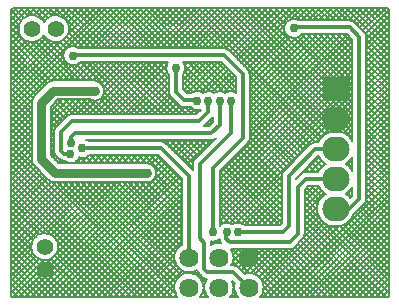
<source format=gbr>
G04 DipTrace 2.4.0.2*
%INBottom.gbr*%
%MOIN*%
%ADD14C,0.013*%
%ADD19C,0.03*%
%ADD20C,0.007*%
%ADD28C,0.064*%
%ADD29C,0.056*%
%ADD40R,0.0906X0.0827*%
%ADD41O,0.0906X0.0827*%
%FSLAX44Y44*%
G04*
G70*
G90*
G75*
G01*
%LNBottom*%
%LPD*%
X-1937Y2691D2*
D14*
Y1897D1*
X-1660Y1620D1*
X-1230D1*
X-1220Y1610D1*
X3390Y-1000D2*
X2390D1*
X2120Y-1270D1*
Y-2850D1*
X1870Y-3100D1*
X-140D1*
X-250Y-2990D1*
Y-2780D1*
X-240Y-2770D1*
X140D2*
X1630D1*
X1820Y-2580D1*
Y-890D1*
X2700Y-10D1*
X3380D1*
X3390Y0D1*
X-710Y-2770D2*
Y-650D1*
X290Y350D1*
Y2500D1*
X-330Y3120D1*
X-5360D1*
X-5370Y3110D1*
X500Y-4620D2*
X490D1*
X-20Y-4110D1*
X-890D1*
X-990Y-4010D1*
Y-3130D1*
X-1140Y-2980D1*
Y-510D1*
X-110Y520D1*
Y1610D1*
X-5440Y210D2*
Y390D1*
X-5290Y540D1*
X-750D1*
X-480Y810D1*
Y1610D1*
X-850D2*
Y1240D1*
X-1170Y920D1*
X-5410D1*
X-5770Y560D1*
Y-60D1*
X-5670Y-160D1*
X-5450D1*
X3390Y-2000D2*
X3840D1*
X4180Y-1660D1*
Y3740D1*
X3870Y4050D1*
X2020D1*
X1990Y4020D1*
X-2910Y-800D2*
D19*
X-5970D1*
X-6420Y-350D1*
Y1540D1*
X-6030Y1930D1*
X-4640D1*
X-5050Y20D2*
D14*
X-2430D1*
X-1500Y-910D1*
Y-3620D1*
D19*
X-1937Y2691D3*
X-1220Y1610D3*
X-5450Y-160D3*
X-5440Y210D3*
X-850Y1610D3*
X-480D3*
X-110D3*
X140Y-2770D3*
X-240D3*
X-710D3*
X-5370Y3110D3*
X-5050Y20D3*
X-2910Y-800D3*
X1990Y4020D3*
X-4640Y1930D3*
X-7252Y4680D2*
D20*
X-7440Y4492D1*
X-7054Y4680D2*
X-7440Y4294D1*
X-6856Y4680D2*
X-7440Y4096D1*
X-6658Y4680D2*
X-6921Y4417D1*
X-7138Y4200D2*
X-7440Y3898D1*
X-6460Y4680D2*
X-6680Y4460D1*
X-7180Y3960D2*
X-7440Y3700D1*
X-6262Y4680D2*
X-6526Y4416D1*
X-7136Y3806D2*
X-7440Y3502D1*
X-6064Y4680D2*
X-6410Y4334D1*
X-7054Y3690D2*
X-7440Y3304D1*
X-5866Y4680D2*
X-6124Y4422D1*
X-6939Y3607D2*
X-7440Y3106D1*
X-5668Y4680D2*
X-5888Y4460D1*
X-6788Y3561D2*
X-7440Y2908D1*
X-5470Y4680D2*
X-5736Y4414D1*
X-6555Y3595D2*
X-7440Y2710D1*
X-5272Y4680D2*
X-5621Y4331D1*
X-6264Y3688D2*
X-7440Y2512D1*
X-5074Y4680D2*
X-5538Y4216D1*
X-6149Y3605D2*
X-7440Y2314D1*
X-4876Y4680D2*
X-5493Y4063D1*
X-5996Y3560D2*
X-7440Y2116D1*
X-4678Y4680D2*
X-5532Y3826D1*
X-5759Y3599D2*
X-7440Y1918D1*
X-4480Y4680D2*
X-7440Y1720D1*
X-4282Y4680D2*
X-7440Y1522D1*
X-4085Y4680D2*
X-5333Y3431D1*
X-5691Y3073D2*
X-7440Y1325D1*
X-3887Y4680D2*
X-5188Y3379D1*
X-5638Y2928D2*
X-7440Y1127D1*
X-3689Y4680D2*
X-5010Y3358D1*
X-5536Y2832D2*
X-6095Y2273D1*
X-6723Y1646D2*
X-7440Y929D1*
X-3491Y4680D2*
X-4812Y3358D1*
X-5382Y2788D2*
X-5877Y2293D1*
X-6743Y1428D2*
X-7440Y731D1*
X-3293Y4680D2*
X-4614Y3358D1*
X-5090Y2882D2*
X-5679Y2293D1*
X-6743Y1230D2*
X-7440Y533D1*
X-3095Y4680D2*
X-4416Y3358D1*
X-4892Y2882D2*
X-5481Y2293D1*
X-6743Y1032D2*
X-7440Y335D1*
X-2897Y4680D2*
X-4218Y3358D1*
X-4694Y2882D2*
X-5283Y2293D1*
X-6743Y834D2*
X-7440Y137D1*
X-2699Y4680D2*
X-4020Y3358D1*
X-4496Y2882D2*
X-5085Y2293D1*
X-5731Y1647D2*
X-6098Y1280D1*
X-6743Y636D2*
X-7440Y-61D1*
X-2501Y4680D2*
X-3822Y3358D1*
X-4298Y2882D2*
X-4887Y2293D1*
X-5533Y1647D2*
X-6098Y1082D1*
X-6743Y438D2*
X-7440Y-259D1*
X-2303Y4680D2*
X-3624Y3358D1*
X-4100Y2882D2*
X-4689Y2293D1*
X-5335Y1647D2*
X-6098Y884D1*
X-6743Y240D2*
X-7440Y-457D1*
X-2105Y4680D2*
X-3427Y3358D1*
X-3902Y2882D2*
X-4528Y2256D1*
X-5137Y1647D2*
X-6098Y686D1*
X-6743Y42D2*
X-7440Y-655D1*
X-1907Y4680D2*
X-3229Y3358D1*
X-3704Y2882D2*
X-4419Y2168D1*
X-4939Y1647D2*
X-5430Y1156D1*
X-6006Y580D2*
X-6098Y488D1*
X-6743Y-156D2*
X-7440Y-853D1*
X-1709Y4680D2*
X-3031Y3358D1*
X-3506Y2882D2*
X-4339Y2049D1*
X-4760Y1629D2*
X-5231Y1157D1*
X-6007Y381D2*
X-6098Y290D1*
X-6743Y-354D2*
X-7440Y-1051D1*
X-1511Y4680D2*
X-2833Y3358D1*
X-3308Y2882D2*
X-4325Y1865D1*
X-4575Y1615D2*
X-5033Y1157D1*
X-6007Y183D2*
X-6098Y92D1*
X-6702Y-511D2*
X-7440Y-1249D1*
X-1313Y4680D2*
X-2635Y3358D1*
X-3110Y2882D2*
X-4835Y1157D1*
X-6007Y-15D2*
X-6098Y-106D1*
X-6610Y-618D2*
X-7440Y-1447D1*
X-1115Y4680D2*
X-2437Y3358D1*
X-2912Y2882D2*
X-4637Y1157D1*
X-5976Y-182D2*
X-6053Y-259D1*
X-6511Y-717D2*
X-7440Y-1645D1*
X-917Y4680D2*
X-2239Y3358D1*
X-2714Y2882D2*
X-4439Y1157D1*
X-5883Y-286D2*
X-5954Y-358D1*
X-6412Y-816D2*
X-7440Y-1843D1*
X-719Y4680D2*
X-2041Y3358D1*
X-2516Y2882D2*
X-4241Y1157D1*
X-5774Y-375D2*
X-5855Y-457D1*
X-6313Y-915D2*
X-7440Y-2041D1*
X-521Y4680D2*
X-1843Y3358D1*
X-2318Y2882D2*
X-4043Y1157D1*
X-5631Y-430D2*
X-5678Y-478D1*
X-6214Y-1014D2*
X-7440Y-2239D1*
X-323Y4680D2*
X-1645Y3358D1*
X-2253Y2749D2*
X-3845Y1157D1*
X-4700Y302D2*
X-4745Y257D1*
X-6099Y-1097D2*
X-7440Y-2437D1*
X-125Y4680D2*
X-1447Y3358D1*
X-2237Y2568D2*
X-3647Y1157D1*
X-4502Y302D2*
X-4547Y257D1*
X-5103Y-299D2*
X-5282Y-478D1*
X-5927Y-1122D2*
X-7440Y-2635D1*
X73Y4680D2*
X-1249Y3358D1*
X-2174Y2432D2*
X-3449Y1157D1*
X-4304Y302D2*
X-4349Y257D1*
X-4824Y-217D2*
X-5084Y-478D1*
X-5729Y-1122D2*
X-7440Y-2833D1*
X271Y4680D2*
X-1051Y3358D1*
X-1526Y2882D2*
X-1627Y2782D1*
X-2174Y2234D2*
X-3251Y1157D1*
X-4106Y302D2*
X-4151Y257D1*
X-4626Y-217D2*
X-4886Y-478D1*
X-5531Y-1122D2*
X-7440Y-3031D1*
X469Y4680D2*
X-853Y3358D1*
X-1328Y2882D2*
X-1641Y2570D1*
X-2174Y2036D2*
X-3053Y1157D1*
X-3908Y302D2*
X-3953Y257D1*
X-4428Y-217D2*
X-4688Y-478D1*
X-5333Y-1122D2*
X-7440Y-3229D1*
X667Y4680D2*
X-655Y3358D1*
X-1130Y2882D2*
X-1700Y2313D1*
X-2170Y1843D2*
X-2855Y1157D1*
X-3710Y302D2*
X-3755Y257D1*
X-4230Y-217D2*
X-4490Y-478D1*
X-5135Y-1122D2*
X-7440Y-3427D1*
X865Y4680D2*
X-457Y3358D1*
X-932Y2882D2*
X-1700Y2115D1*
X-2097Y1718D2*
X-2657Y1157D1*
X-3512Y302D2*
X-3557Y257D1*
X-4032Y-217D2*
X-4292Y-478D1*
X-4937Y-1122D2*
X-7440Y-3625D1*
X1063Y4680D2*
X-266Y3350D1*
X-734Y2882D2*
X-1659Y1958D1*
X-1998Y1619D2*
X-2459Y1157D1*
X-3314Y302D2*
X-3359Y257D1*
X-3834Y-217D2*
X-4094Y-478D1*
X-4739Y-1122D2*
X-6447Y-2830D1*
X-6740Y-3123D2*
X-7440Y-3823D1*
X1261Y4680D2*
X-145Y3273D1*
X-536Y2882D2*
X-1560Y1859D1*
X-1899Y1520D2*
X-2261Y1157D1*
X-3116Y302D2*
X-3161Y257D1*
X-3636Y-217D2*
X-3896Y-478D1*
X-4541Y-1122D2*
X-6232Y-2813D1*
X-6757Y-3338D2*
X-7440Y-4021D1*
X1459Y4680D2*
X-46Y3174D1*
X-385Y2836D2*
X-1300Y1921D1*
X-1797Y1424D2*
X-2063Y1157D1*
X-2918Y302D2*
X-2963Y257D1*
X-3438Y-217D2*
X-3698Y-478D1*
X-4343Y-1122D2*
X-6085Y-2865D1*
X-6705Y-3484D2*
X-7440Y-4219D1*
X1657Y4680D2*
X53Y3075D1*
X-286Y2737D2*
X-1109Y1914D1*
X-1640Y1383D2*
X-1865Y1157D1*
X-2720Y302D2*
X-2765Y257D1*
X-3240Y-217D2*
X-3500Y-478D1*
X-4145Y-1122D2*
X-5975Y-2952D1*
X-6617Y-3595D2*
X-7440Y-4417D1*
X1855Y4680D2*
X152Y2976D1*
X-187Y2638D2*
X-896Y1929D1*
X-1446Y1378D2*
X-1667Y1157D1*
X-2522Y302D2*
X-2567Y257D1*
X-3042Y-217D2*
X-3302Y-478D1*
X-3947Y-1122D2*
X-5897Y-3072D1*
X-6498Y-3674D2*
X-7440Y-4615D1*
X2053Y4680D2*
X251Y2877D1*
X-88Y2539D2*
X-720Y1907D1*
X-1323Y1303D2*
X-1469Y1157D1*
X-2324Y302D2*
X-2375Y252D1*
X-2844Y-217D2*
X-3104Y-478D1*
X-3749Y-1122D2*
X-5858Y-3232D1*
X-6338Y-3712D2*
X-7440Y-4813D1*
X2251Y4680D2*
X1899Y4328D1*
X1682Y4110D2*
X350Y2778D1*
X11Y2440D2*
X-497Y1932D1*
X-1125Y1304D2*
X-1271Y1157D1*
X-2126Y302D2*
X-2250Y178D1*
X-2646Y-217D2*
X-2906Y-478D1*
X-3551Y-1122D2*
X-5935Y-3506D1*
X-6064Y-3636D2*
X-7348Y-4920D1*
X2449Y4680D2*
X2096Y4326D1*
X1683Y3914D2*
X449Y2680D1*
X52Y2283D2*
X-332Y1898D1*
X-1928Y302D2*
X-2151Y79D1*
X-2490Y-259D2*
X-2749Y-518D1*
X-3353Y-1122D2*
X-7150Y-4920D1*
X2647Y4680D2*
X2255Y4287D1*
X1759Y3792D2*
X522Y2555D1*
X52Y2085D2*
X-100Y1932D1*
X-1730Y302D2*
X-2052Y-20D1*
X-2391Y-358D2*
X-2645Y-613D1*
X-3155Y-1122D2*
X-6952Y-4920D1*
X2845Y4680D2*
X2453Y4287D1*
X1881Y3715D2*
X528Y2362D1*
X-1532Y302D2*
X-1953Y-119D1*
X-2292Y-457D2*
X-2590Y-755D1*
X-2957Y-1122D2*
X-6754Y-4920D1*
X3043Y4680D2*
X2651Y4287D1*
X2073Y3710D2*
X528Y2164D1*
X-717Y919D2*
X-859Y778D1*
X-1334Y302D2*
X-1854Y-218D1*
X-2193Y-556D2*
X-6556Y-4920D1*
X3241Y4680D2*
X2849Y4287D1*
X2374Y3813D2*
X528Y1966D1*
X-1136Y302D2*
X-1755Y-317D1*
X-2094Y-655D2*
X-6358Y-4920D1*
X3439Y4680D2*
X3047Y4287D1*
X2572Y3813D2*
X528Y1768D1*
X-938Y302D2*
X-1656Y-416D1*
X-1995Y-754D2*
X-6160Y-4920D1*
X3637Y4680D2*
X3245Y4287D1*
X2770Y3813D2*
X528Y1570D1*
X-740Y303D2*
X-1557Y-515D1*
X-1896Y-853D2*
X-5962Y-4920D1*
X3835Y4680D2*
X3443Y4287D1*
X2968Y3813D2*
X528Y1372D1*
X-1378Y-533D2*
X-1458Y-614D1*
X-1797Y-952D2*
X-5764Y-4920D1*
X4033Y4680D2*
X3641Y4287D1*
X3166Y3813D2*
X528Y1174D1*
X-1737Y-1091D2*
X-5566Y-4920D1*
X4231Y4680D2*
X3839Y4287D1*
X3364Y3813D2*
X528Y976D1*
X-1737Y-1289D2*
X-5369Y-4920D1*
X4429Y4680D2*
X4000Y4251D1*
X3562Y3813D2*
X528Y778D1*
X-1737Y-1487D2*
X-5171Y-4920D1*
X4627Y4680D2*
X4103Y4156D1*
X3760Y3813D2*
X528Y580D1*
X-1737Y-1685D2*
X-4973Y-4920D1*
X4825Y4680D2*
X4202Y4057D1*
X3863Y3718D2*
X528Y383D1*
X-1737Y-1883D2*
X-4775Y-4920D1*
X5023Y4680D2*
X4301Y3958D1*
X3943Y3599D2*
X-472Y-815D1*
X-1737Y-2081D2*
X-4577Y-4920D1*
X5160Y4618D2*
X4392Y3851D1*
X3942Y3401D2*
X-472Y-1014D1*
X-1737Y-2279D2*
X-4379Y-4920D1*
X5160Y4420D2*
X4418Y3678D1*
X3942Y3203D2*
X-472Y-1212D1*
X-1737Y-2477D2*
X-4181Y-4920D1*
X5160Y4222D2*
X4418Y3480D1*
X3942Y3005D2*
X-472Y-1410D1*
X-1737Y-2675D2*
X-3983Y-4920D1*
X5160Y4024D2*
X4418Y3283D1*
X3942Y2807D2*
X-472Y-1608D1*
X-1737Y-2873D2*
X-3785Y-4920D1*
X5160Y3826D2*
X4418Y3085D1*
X3942Y2609D2*
X-472Y-1806D1*
X-1737Y-3071D2*
X-3587Y-4920D1*
X5160Y3628D2*
X4418Y2887D1*
X3942Y2411D2*
X-472Y-2004D1*
X-1979Y-3510D2*
X-3389Y-4920D1*
X5160Y3430D2*
X4418Y2689D1*
X3942Y2213D2*
X-472Y-2202D1*
X-1984Y-3713D2*
X-3191Y-4920D1*
X5160Y3232D2*
X4418Y2491D1*
X3942Y2015D2*
X-472Y-2400D1*
X-1932Y-3860D2*
X-2993Y-4920D1*
X5160Y3034D2*
X4418Y2293D1*
X3942Y1817D2*
X-340Y-2465D1*
X-1847Y-3973D2*
X-2795Y-4920D1*
X5160Y2836D2*
X4418Y2095D1*
X3942Y1619D2*
X-139Y-2462D1*
X-1733Y-4056D2*
X-2597Y-4920D1*
X5160Y2638D2*
X4418Y1897D1*
X3942Y1421D2*
X2749Y228D1*
X1583Y-939D2*
X63Y-2458D1*
X-487Y-3008D2*
X-623Y-3144D1*
X-1584Y-4106D2*
X-1623Y-4144D1*
X-1976Y-4497D2*
X-2399Y-4920D1*
X5160Y2440D2*
X4418Y1699D1*
X3942Y1223D2*
X3303Y583D1*
X1583Y-1137D2*
X253Y-2466D1*
X-1376Y-4095D2*
X-1415Y-4134D1*
X-1986Y-4705D2*
X-2201Y-4920D1*
X5160Y2242D2*
X4418Y1501D1*
X3942Y1025D2*
X3500Y583D1*
X1583Y-1335D2*
X385Y-2533D1*
X-1202Y-4120D2*
X-1267Y-4184D1*
X-1936Y-4853D2*
X-2003Y-4920D1*
X5160Y2044D2*
X4418Y1303D1*
X3942Y827D2*
X3657Y542D1*
X2834Y-281D2*
X2348Y-767D1*
X1583Y-1533D2*
X583Y-2533D1*
X-1112Y-4227D2*
X-1153Y-4268D1*
X5160Y1846D2*
X4418Y1105D1*
X3942Y629D2*
X3783Y470D1*
X2917Y-396D2*
X2551Y-762D1*
X1583Y-1731D2*
X781Y-2533D1*
X-24Y-3338D2*
X-67Y-3380D1*
X-1006Y-4319D2*
X-1067Y-4380D1*
X5160Y1648D2*
X4418Y907D1*
X3942Y431D2*
X3884Y373D1*
X3023Y-488D2*
X2749Y-762D1*
X1583Y-1928D2*
X979Y-2533D1*
X174Y-3338D2*
X-15Y-3526D1*
X-971Y-4482D2*
X-1015Y-4526D1*
X5160Y1450D2*
X4418Y709D1*
X1583Y-2126D2*
X1177Y-2533D1*
X372Y-3338D2*
X-21Y-3731D1*
X-987Y-4696D2*
X-1021Y-4731D1*
X5160Y1252D2*
X4418Y511D1*
X2669Y-1238D2*
X2358Y-1550D1*
X1583Y-2324D2*
X1375Y-2533D1*
X570Y-3338D2*
X30Y-3877D1*
X-939Y-4847D2*
X-1013Y-4920D1*
X5160Y1055D2*
X4418Y313D1*
X2831Y-1274D2*
X2358Y-1748D1*
X768Y-3338D2*
X157Y-3948D1*
X5160Y857D2*
X4418Y115D1*
X3942Y-361D2*
X3777Y-526D1*
X2912Y-1391D2*
X2358Y-1946D1*
X966Y-3338D2*
X256Y-4047D1*
X5160Y659D2*
X4418Y-83D1*
X3942Y-559D2*
X3880Y-622D1*
X3017Y-1484D2*
X2358Y-2144D1*
X1164Y-3338D2*
X355Y-4146D1*
X16Y-4485D2*
X-17Y-4518D1*
X5160Y461D2*
X4418Y-281D1*
X2770Y-1929D2*
X2358Y-2342D1*
X1362Y-3338D2*
X568Y-4131D1*
X11Y-4688D2*
X-19Y-4718D1*
X5160Y263D2*
X4418Y-479D1*
X2776Y-2121D2*
X2358Y-2540D1*
X1560Y-3338D2*
X719Y-4178D1*
X58Y-4840D2*
X-23Y-4920D1*
X5160Y65D2*
X4418Y-677D1*
X2827Y-2268D2*
X2358Y-2738D1*
X1757Y-3338D2*
X837Y-4258D1*
X5160Y-133D2*
X4418Y-875D1*
X3942Y-1351D2*
X3771Y-1522D1*
X2907Y-2386D2*
X2317Y-2976D1*
X1996Y-3297D2*
X925Y-4368D1*
X5160Y-331D2*
X4418Y-1073D1*
X3942Y-1549D2*
X3875Y-1616D1*
X3011Y-2480D2*
X981Y-4510D1*
X5160Y-529D2*
X4418Y-1271D1*
X3140Y-2549D2*
X984Y-4705D1*
X5160Y-727D2*
X4418Y-1469D1*
X3303Y-2584D2*
X967Y-4920D1*
X5160Y-925D2*
X4417Y-1668D1*
X3505Y-2580D2*
X1165Y-4920D1*
X5160Y-1123D2*
X1363Y-4920D1*
X5160Y-1321D2*
X1561Y-4920D1*
X5160Y-1519D2*
X1759Y-4920D1*
X5160Y-1717D2*
X1957Y-4920D1*
X5160Y-1915D2*
X2155Y-4920D1*
X5160Y-2113D2*
X2353Y-4920D1*
X5160Y-2311D2*
X2551Y-4920D1*
X5160Y-2509D2*
X2749Y-4920D1*
X5160Y-2707D2*
X2947Y-4920D1*
X5160Y-2905D2*
X3145Y-4920D1*
X5160Y-3103D2*
X3343Y-4920D1*
X5160Y-3301D2*
X3541Y-4920D1*
X5160Y-3499D2*
X3739Y-4920D1*
X5160Y-3697D2*
X3937Y-4920D1*
X5160Y-3895D2*
X4135Y-4920D1*
X5160Y-4093D2*
X4333Y-4920D1*
X5160Y-4291D2*
X4531Y-4920D1*
X5160Y-4489D2*
X4729Y-4920D1*
X5160Y-4687D2*
X4927Y-4920D1*
X5157Y-4888D2*
X5128Y-4916D1*
X4972Y4680D2*
X5160Y4492D1*
X4774Y4680D2*
X5160Y4294D1*
X4576Y4680D2*
X5160Y4096D1*
X4378Y4680D2*
X5160Y3898D1*
X4180Y4680D2*
X5160Y3700D1*
X3982Y4680D2*
X5160Y3502D1*
X3784Y4680D2*
X5160Y3304D1*
X3586Y4680D2*
X5160Y3106D1*
X3388Y4680D2*
X3781Y4287D1*
X4418Y3650D2*
X5160Y2908D1*
X3190Y4680D2*
X3583Y4287D1*
X4418Y3452D2*
X5160Y2710D1*
X2992Y4680D2*
X3385Y4287D1*
X4418Y3254D2*
X5160Y2512D1*
X2794Y4680D2*
X3187Y4287D1*
X3661Y3813D2*
X3942Y3532D1*
X4418Y3056D2*
X5160Y2314D1*
X2596Y4680D2*
X2989Y4287D1*
X3463Y3813D2*
X3942Y3334D1*
X4418Y2858D2*
X5160Y2116D1*
X2398Y4680D2*
X2791Y4287D1*
X3265Y3813D2*
X3942Y3136D1*
X4418Y2660D2*
X5160Y1918D1*
X2201Y4680D2*
X2593Y4287D1*
X3067Y3813D2*
X3942Y2938D1*
X4418Y2462D2*
X5160Y1720D1*
X2003Y4680D2*
X2395Y4287D1*
X2869Y3813D2*
X3942Y2740D1*
X4418Y2264D2*
X5160Y1522D1*
X1805Y4680D2*
X2197Y4287D1*
X2672Y3813D2*
X3942Y2542D1*
X4418Y2066D2*
X5160Y1325D1*
X1607Y4680D2*
X1946Y4340D1*
X2474Y3813D2*
X3942Y2344D1*
X4418Y1868D2*
X5160Y1127D1*
X1409Y4680D2*
X1803Y4285D1*
X2276Y3813D2*
X3942Y2146D1*
X4418Y1670D2*
X5160Y929D1*
X1211Y4680D2*
X1709Y4181D1*
X2152Y3738D2*
X3942Y1948D1*
X4418Y1472D2*
X5160Y731D1*
X1013Y4680D2*
X1668Y4024D1*
X1995Y3697D2*
X3942Y1750D1*
X4418Y1274D2*
X5160Y533D1*
X815Y4680D2*
X3942Y1552D1*
X4418Y1076D2*
X5160Y335D1*
X617Y4680D2*
X3942Y1354D1*
X4418Y878D2*
X5160Y137D1*
X419Y4680D2*
X3942Y1156D1*
X4418Y680D2*
X5160Y-61D1*
X221Y4680D2*
X3942Y958D1*
X4418Y482D2*
X5160Y-259D1*
X23Y4680D2*
X3942Y760D1*
X4418Y284D2*
X5160Y-457D1*
X-175Y4680D2*
X3942Y562D1*
X4418Y86D2*
X5160Y-655D1*
X-373Y4680D2*
X3942Y364D1*
X4418Y-112D2*
X5160Y-853D1*
X-571Y4680D2*
X3532Y576D1*
X4418Y-310D2*
X5160Y-1051D1*
X-769Y4680D2*
X3324Y586D1*
X4418Y-508D2*
X5160Y-1249D1*
X-967Y4680D2*
X3157Y555D1*
X4418Y-706D2*
X5160Y-1447D1*
X-1165Y4680D2*
X3025Y489D1*
X3886Y-371D2*
X3942Y-428D1*
X4418Y-903D2*
X5160Y-1645D1*
X-1363Y4680D2*
X2918Y398D1*
X3784Y-468D2*
X3942Y-626D1*
X4418Y-1101D2*
X5160Y-1843D1*
X-1561Y4680D2*
X-180Y3298D1*
X468Y2650D2*
X2836Y283D1*
X4418Y-1299D2*
X5160Y-2041D1*
X-1759Y4680D2*
X-437Y3358D1*
X528Y2393D2*
X2693Y228D1*
X4418Y-1497D2*
X5160Y-2239D1*
X-1957Y4680D2*
X-635Y3358D1*
X528Y2195D2*
X2548Y174D1*
X4416Y-1693D2*
X5160Y-2437D1*
X-2155Y4680D2*
X-833Y3358D1*
X528Y1997D2*
X2448Y76D1*
X2787Y-262D2*
X3031Y-507D1*
X3890Y-1365D2*
X3942Y-1418D1*
X4351Y-1827D2*
X5160Y-2635D1*
X-2353Y4680D2*
X-1031Y3358D1*
X-556Y2882D2*
X52Y2274D1*
X528Y1799D2*
X2349Y-23D1*
X2688Y-361D2*
X2923Y-597D1*
X3791Y-1464D2*
X3914Y-1587D1*
X4252Y-1926D2*
X5160Y-2833D1*
X-2551Y4680D2*
X-1229Y3358D1*
X-754Y2882D2*
X52Y2076D1*
X528Y1601D2*
X2250Y-122D1*
X2589Y-460D2*
X2839Y-710D1*
X4153Y-2025D2*
X5160Y-3031D1*
X-2749Y4680D2*
X-1427Y3358D1*
X-952Y2882D2*
X36Y1895D1*
X528Y1403D2*
X2151Y-221D1*
X2490Y-559D2*
X2693Y-762D1*
X4054Y-2124D2*
X5160Y-3229D1*
X-2947Y4680D2*
X-1625Y3358D1*
X-1150Y2882D2*
X-191Y1923D1*
X528Y1205D2*
X2052Y-320D1*
X2391Y-658D2*
X2495Y-762D1*
X3968Y-2235D2*
X5160Y-3427D1*
X-3145Y4680D2*
X-1823Y3358D1*
X-1348Y2882D2*
X-380Y1915D1*
X528Y1007D2*
X1953Y-419D1*
X2292Y-757D2*
X2309Y-775D1*
X2772Y-1238D2*
X2891Y-1356D1*
X2995Y-1460D2*
X3037Y-1503D1*
X3894Y-2360D2*
X5160Y-3625D1*
X-3343Y4680D2*
X-2021Y3358D1*
X-1546Y2882D2*
X-581Y1918D1*
X528Y809D2*
X1854Y-518D1*
X2574Y-1238D2*
X2928Y-1591D1*
X3796Y-2460D2*
X5160Y-3823D1*
X-3541Y4680D2*
X-2219Y3358D1*
X-1624Y2762D2*
X-787Y1925D1*
X528Y611D2*
X1755Y-617D1*
X2433Y-1295D2*
X2843Y-1704D1*
X3673Y-2535D2*
X5160Y-4021D1*
X-3739Y4680D2*
X-2417Y3358D1*
X-1635Y2575D2*
X-970Y1911D1*
X528Y413D2*
X1656Y-716D1*
X2358Y-1417D2*
X2785Y-1844D1*
X3520Y-2579D2*
X5160Y-4219D1*
X-3937Y4680D2*
X-2615Y3358D1*
X-1700Y2442D2*
X-1188Y1930D1*
X502Y240D2*
X1587Y-844D1*
X2358Y-1615D2*
X2765Y-2023D1*
X3328Y-2586D2*
X5160Y-4417D1*
X-4135Y4680D2*
X-2813Y3358D1*
X-2338Y2882D2*
X-2246Y2790D1*
X-1700Y2244D2*
X-1359Y1903D1*
X412Y133D2*
X1583Y-1038D1*
X2358Y-1813D2*
X2863Y-2319D1*
X3032Y-2487D2*
X5160Y-4615D1*
X-4333Y4680D2*
X-3011Y3358D1*
X-2536Y2882D2*
X-2240Y2587D1*
X-1700Y2046D2*
X-1511Y1857D1*
X313Y34D2*
X1583Y-1236D1*
X2358Y-2011D2*
X5160Y-4813D1*
X-4531Y4680D2*
X-3209Y3358D1*
X-2734Y2882D2*
X-2174Y2323D1*
X-801Y950D2*
X-740Y888D1*
X214Y-65D2*
X1583Y-1434D1*
X2358Y-2209D2*
X5068Y-4920D1*
X-4729Y4680D2*
X-3407Y3358D1*
X-2932Y2882D2*
X-2174Y2125D1*
X-1389Y1339D2*
X-1239Y1190D1*
X-900Y851D2*
X-839Y789D1*
X115Y-164D2*
X1583Y-1632D1*
X2358Y-2407D2*
X4870Y-4920D1*
X-4927Y4680D2*
X-3605Y3358D1*
X-3130Y2882D2*
X-2174Y1927D1*
X-1630Y1383D2*
X-1405Y1157D1*
X16Y-263D2*
X1583Y-1830D1*
X2358Y-2605D2*
X4672Y-4920D1*
X-5125Y4680D2*
X-3803Y3358D1*
X-3328Y2882D2*
X-1603Y1157D1*
X-748Y302D2*
X-707Y262D1*
X-83Y-362D2*
X1583Y-2028D1*
X2358Y-2803D2*
X4474Y-4920D1*
X-5323Y4680D2*
X-4001Y3358D1*
X-3526Y2882D2*
X-1801Y1157D1*
X-946Y302D2*
X-806Y163D1*
X-182Y-461D2*
X1583Y-2226D1*
X2327Y-2970D2*
X4276Y-4920D1*
X-5521Y4680D2*
X-4199Y3358D1*
X-3724Y2882D2*
X-1999Y1157D1*
X-1144Y302D2*
X-905Y64D1*
X-281Y-560D2*
X1583Y-2424D1*
X2234Y-3075D2*
X4078Y-4920D1*
X-5719Y4680D2*
X-4397Y3358D1*
X-3922Y2882D2*
X-2197Y1157D1*
X-1342Y302D2*
X-1004Y-35D1*
X-380Y-659D2*
X1493Y-2532D1*
X2135Y-3174D2*
X3880Y-4920D1*
X-5917Y4680D2*
X-4595Y3358D1*
X-4120Y2882D2*
X-2395Y1157D1*
X-1540Y302D2*
X-1103Y-134D1*
X-472Y-765D2*
X1295Y-2532D1*
X2036Y-3273D2*
X3682Y-4920D1*
X-6115Y4680D2*
X-5895Y4459D1*
X-5493Y4058D2*
X-4793Y3358D1*
X-4318Y2882D2*
X-2593Y1157D1*
X-1738Y302D2*
X-1202Y-233D1*
X-472Y-963D2*
X1097Y-2532D1*
X1900Y-3336D2*
X3484Y-4920D1*
X-6313Y4680D2*
X-6077Y4444D1*
X-5510Y3876D2*
X-4991Y3358D1*
X-4516Y2882D2*
X-2791Y1157D1*
X-1936Y302D2*
X-1301Y-332D1*
X-472Y-1161D2*
X899Y-2532D1*
X1704Y-3337D2*
X3287Y-4920D1*
X-6511Y4680D2*
X-6209Y4378D1*
X-5574Y3743D2*
X-5228Y3396D1*
X-4714Y2882D2*
X-2989Y1157D1*
X-2134Y302D2*
X-1372Y-459D1*
X-472Y-1359D2*
X701Y-2532D1*
X1506Y-3337D2*
X3089Y-4920D1*
X-6709Y4680D2*
X-6309Y4280D1*
X-5673Y3644D2*
X-5452Y3423D1*
X-4912Y2882D2*
X-3187Y1157D1*
X-2332Y302D2*
X-1378Y-652D1*
X-472Y-1557D2*
X503Y-2532D1*
X1308Y-3337D2*
X2891Y-4920D1*
X-6907Y4680D2*
X-6687Y4460D1*
X-5805Y3578D2*
X-5583Y3355D1*
X-5110Y2882D2*
X-3385Y1157D1*
X-2530Y302D2*
X-2485Y257D1*
X-472Y-1755D2*
X237Y-2464D1*
X1110Y-3337D2*
X2693Y-4920D1*
X-7105Y4680D2*
X-6867Y4442D1*
X-5985Y3560D2*
X-5666Y3241D1*
X-5239Y2813D2*
X-4718Y2293D1*
X-4319Y1894D2*
X-3583Y1157D1*
X-2728Y302D2*
X-2683Y257D1*
X-472Y-1953D2*
X37Y-2463D1*
X912Y-3337D2*
X2495Y-4920D1*
X-7303Y4680D2*
X-7000Y4376D1*
X-6364Y3741D2*
X-5689Y3065D1*
X-5414Y2791D2*
X-4916Y2293D1*
X-4371Y1748D2*
X-3781Y1157D1*
X-2926Y302D2*
X-2881Y257D1*
X-472Y-2151D2*
X-166Y-2457D1*
X714Y-3337D2*
X2297Y-4920D1*
X-7440Y4618D2*
X-7098Y4276D1*
X-6464Y3642D2*
X-5114Y2293D1*
X-4473Y1652D2*
X-3979Y1157D1*
X-3124Y303D2*
X-3079Y258D1*
X-2604Y-218D2*
X-1737Y-1084D1*
X-472Y-2349D2*
X-354Y-2467D1*
X516Y-3338D2*
X2099Y-4920D1*
X-7440Y4420D2*
X-7163Y4144D1*
X-6596Y3577D2*
X-5312Y2293D1*
X-4627Y1607D2*
X-4177Y1157D1*
X-3322Y303D2*
X-3277Y258D1*
X-2802Y-218D2*
X-1737Y-1282D1*
X318Y-3338D2*
X1901Y-4920D1*
X-7440Y4222D2*
X-7180Y3962D1*
X-6778Y3560D2*
X-5510Y2293D1*
X-4865Y1648D2*
X-4375Y1157D1*
X-3520Y303D2*
X-3475Y258D1*
X-3000Y-218D2*
X-1737Y-1480D1*
X120Y-3338D2*
X1703Y-4920D1*
X-7440Y4024D2*
X-5708Y2293D1*
X-5063Y1648D2*
X-4573Y1157D1*
X-3718Y303D2*
X-3673Y258D1*
X-3198Y-218D2*
X-2938Y-478D1*
X-2588Y-827D2*
X-1737Y-1678D1*
X-78Y-3338D2*
X1505Y-4920D1*
X-7440Y3826D2*
X-5906Y2293D1*
X-5261Y1648D2*
X-4771Y1157D1*
X-3916Y303D2*
X-3871Y258D1*
X-3396Y-218D2*
X-3136Y-478D1*
X-2638Y-976D2*
X-1737Y-1876D1*
X-557Y-3056D2*
X-485Y-3128D1*
X-8Y-3605D2*
X515Y-4128D1*
X992Y-4605D2*
X1307Y-4920D1*
X-7440Y3628D2*
X-6089Y2278D1*
X-5459Y1648D2*
X-4969Y1157D1*
X-4114Y303D2*
X-4069Y258D1*
X-3594Y-218D2*
X-3334Y-478D1*
X-2737Y-1075D2*
X-1737Y-2074D1*
X-719Y-3092D2*
X-659Y-3152D1*
X-32Y-3779D2*
X94Y-3905D1*
X968Y-4779D2*
X1109Y-4920D1*
X-7440Y3430D2*
X-6214Y2205D1*
X-5657Y1648D2*
X-5166Y1157D1*
X-4312Y303D2*
X-4267Y258D1*
X-3792Y-218D2*
X-3532Y-478D1*
X-2887Y-1122D2*
X-1737Y-2272D1*
X-7440Y3232D2*
X-6313Y2106D1*
X-5854Y1647D2*
X-5364Y1157D1*
X-4510Y303D2*
X-4465Y258D1*
X-3990Y-218D2*
X-3730Y-478D1*
X-3085Y-1123D2*
X-1737Y-2470D1*
X-7440Y3034D2*
X-6412Y2007D1*
X-5953Y1548D2*
X-5532Y1126D1*
X-4708Y303D2*
X-4663Y258D1*
X-4188Y-218D2*
X-3928Y-478D1*
X-3283Y-1123D2*
X-1737Y-2668D1*
X-7440Y2836D2*
X-6511Y1908D1*
X-6052Y1449D2*
X-5636Y1033D1*
X-4386Y-218D2*
X-4125Y-478D1*
X-3481Y-1123D2*
X-1737Y-2866D1*
X-8Y-4595D2*
X8Y-4611D1*
X-7440Y2638D2*
X-6610Y1809D1*
X-6098Y1297D2*
X-5735Y934D1*
X-4584Y-218D2*
X-4323Y-478D1*
X-3679Y-1123D2*
X-1737Y-3064D1*
X-30Y-4772D2*
X101Y-4902D1*
X-7440Y2440D2*
X-6701Y1702D1*
X-6098Y1099D2*
X-5834Y835D1*
X-4781Y-218D2*
X-4521Y-478D1*
X-3877Y-1123D2*
X-1784Y-3216D1*
X-95Y-4904D2*
X-79Y-4920D1*
X-7440Y2242D2*
X-6743Y1545D1*
X-6098Y901D2*
X-5933Y736D1*
X-4920Y-277D2*
X-4719Y-478D1*
X-4075Y-1123D2*
X-1887Y-3311D1*
X-7440Y2044D2*
X-6743Y1347D1*
X-6098Y703D2*
X-6003Y608D1*
X-5097Y-298D2*
X-4917Y-478D1*
X-4273Y-1123D2*
X-1958Y-3437D1*
X-1317Y-4079D2*
X-958Y-4437D1*
X-7440Y1846D2*
X-6743Y1149D1*
X-6098Y505D2*
X-6007Y414D1*
X-5212Y-381D2*
X-5115Y-478D1*
X-4471Y-1123D2*
X-1992Y-3601D1*
X-1481Y-4113D2*
X-1464Y-4129D1*
X-1009Y-4584D2*
X-993Y-4600D1*
X-7440Y1648D2*
X-6743Y951D1*
X-6098Y307D2*
X-6007Y216D1*
X-5330Y-461D2*
X-5314Y-478D1*
X-4669Y-1123D2*
X-1920Y-3871D1*
X-1751Y-4040D2*
X-1644Y-4148D1*
X-1027Y-4764D2*
X-920Y-4871D1*
X-7440Y1450D2*
X-6743Y753D1*
X-6098Y109D2*
X-6007Y18D1*
X-4867Y-1123D2*
X-1778Y-4211D1*
X-1091Y-4898D2*
X-1069Y-4920D1*
X-7440Y1252D2*
X-6743Y556D1*
X-6098Y-89D2*
X-5709Y-478D1*
X-5065Y-1123D2*
X-1882Y-4305D1*
X-7440Y1055D2*
X-6743Y358D1*
X-5263Y-1123D2*
X-1956Y-4429D1*
X-7440Y857D2*
X-6743Y160D1*
X-5461Y-1123D2*
X-1992Y-4591D1*
X-7440Y659D2*
X-6743Y-38D1*
X-5659Y-1123D2*
X-1934Y-4847D1*
X-7440Y461D2*
X-6743Y-236D1*
X-5857Y-1123D2*
X-2059Y-4920D1*
X-7440Y263D2*
X-6723Y-454D1*
X-6074Y-1103D2*
X-2257Y-4920D1*
X-7440Y65D2*
X-2455Y-4920D1*
X-7440Y-133D2*
X-2653Y-4920D1*
X-7440Y-331D2*
X-2851Y-4920D1*
X-7440Y-529D2*
X-3049Y-4920D1*
X-7440Y-727D2*
X-3247Y-4920D1*
X-7440Y-925D2*
X-3445Y-4920D1*
X-7440Y-1123D2*
X-3643Y-4920D1*
X-7440Y-1321D2*
X-3841Y-4920D1*
X-7440Y-1519D2*
X-6092Y-2867D1*
X-5917Y-3042D2*
X-4039Y-4920D1*
X-7440Y-1717D2*
X-6348Y-2809D1*
X-5859Y-3298D2*
X-4237Y-4920D1*
X-7440Y-1915D2*
X-6505Y-2850D1*
X-5900Y-3455D2*
X-4435Y-4920D1*
X-7440Y-2113D2*
X-6623Y-2930D1*
X-5980Y-3573D2*
X-4633Y-4920D1*
X-7440Y-2311D2*
X-6709Y-3042D1*
X-6092Y-3659D2*
X-4831Y-4920D1*
X-7440Y-2509D2*
X-6758Y-3191D1*
X-6241Y-3708D2*
X-5029Y-4920D1*
X-7440Y-2707D2*
X-6733Y-3414D1*
X-6464Y-3683D2*
X-5227Y-4920D1*
X-7440Y-2905D2*
X-5425Y-4920D1*
X-7440Y-3103D2*
X-5623Y-4920D1*
X-7440Y-3301D2*
X-5821Y-4920D1*
X-7440Y-3499D2*
X-6019Y-4920D1*
X-7440Y-3697D2*
X-6217Y-4920D1*
X-7440Y-3895D2*
X-6415Y-4920D1*
X-7440Y-4093D2*
X-6613Y-4920D1*
X-7440Y-4291D2*
X-6811Y-4920D1*
X-7440Y-4489D2*
X-7009Y-4920D1*
X-7440Y-4687D2*
X-7207Y-4920D1*
X-7437Y-4888D2*
X-7408Y-4916D1*
X-14Y-4655D2*
X-24Y-4724D1*
X-43Y-4791D1*
X-73Y-4855D1*
X-111Y-4914D1*
X-119Y-4925D1*
X120D1*
X86Y-4878D1*
X54Y-4816D1*
X30Y-4751D1*
X16Y-4682D1*
X12Y-4612D1*
X18Y-4543D1*
X30Y-4490D1*
X-71Y-4388D1*
X-51Y-4431D1*
X-28Y-4497D1*
X-15Y-4566D1*
X-12Y-4620D1*
X-14Y-4655D1*
X-880Y-4925D2*
X-914Y-4878D1*
X-946Y-4816D1*
X-970Y-4751D1*
X-984Y-4682D1*
X-988Y-4612D1*
X-982Y-4543D1*
X-966Y-4474D1*
X-940Y-4409D1*
X-905Y-4349D1*
X-902Y-4342D1*
X-936Y-4338D1*
X-970Y-4328D1*
X-1002Y-4314D1*
X-1031Y-4295D1*
X-1079Y-4250D1*
X-1155Y-4175D1*
X-1177Y-4148D1*
X-1196Y-4118D1*
X-1210Y-4086D1*
X-1221Y-4038D1*
X-1238Y-4032D1*
X-1300Y-4065D1*
X-1366Y-4089D1*
X-1434Y-4103D1*
X-1504Y-4108D1*
X-1574Y-4102D1*
X-1642Y-4087D1*
X-1707Y-4062D1*
X-1768Y-4027D1*
X-1824Y-3985D1*
X-1873Y-3935D1*
X-1914Y-3878D1*
X-1946Y-3816D1*
X-1970Y-3751D1*
X-1984Y-3682D1*
X-1988Y-3612D1*
X-1982Y-3543D1*
X-1966Y-3474D1*
X-1940Y-3409D1*
X-1905Y-3349D1*
X-1862Y-3293D1*
X-1812Y-3245D1*
X-1755Y-3204D1*
X-1733Y-3192D1*
Y-1007D1*
X-2527Y-212D1*
X-3480Y-213D1*
X-4833D1*
X-4876Y-246D1*
X-4906Y-263D1*
X-4938Y-277D1*
X-4972Y-288D1*
X-5006Y-295D1*
X-5041Y-298D1*
X-5076Y-297D1*
X-5111Y-292D1*
X-5156Y-279D1*
X-5179Y-326D1*
X-5199Y-355D1*
X-5222Y-381D1*
X-5248Y-405D1*
X-5276Y-426D1*
X-5306Y-443D1*
X-5338Y-457D1*
X-5372Y-468D1*
X-5406Y-475D1*
X-5441Y-478D1*
X-5476Y-477D1*
X-5511Y-472D1*
X-5544Y-463D1*
X-5577Y-451D1*
X-5608Y-435D1*
X-5638Y-416D1*
X-5666Y-393D1*
X-5705Y-390D1*
X-5739Y-382D1*
X-5771Y-369D1*
X-5802Y-352D1*
X-5835Y-325D1*
X-5935Y-225D1*
X-5957Y-198D1*
X-5976Y-168D1*
X-5990Y-136D1*
X-5999Y-103D1*
X-6003Y-60D1*
Y560D1*
X-6000Y595D1*
X-5992Y629D1*
X-5979Y661D1*
X-5962Y692D1*
X-5935Y725D1*
X-5575Y1085D1*
X-5548Y1107D1*
X-5518Y1126D1*
X-5486Y1140D1*
X-5453Y1149D1*
X-5410Y1153D1*
X-1266D1*
X-1105Y1314D1*
X-1142Y1302D1*
X-1176Y1295D1*
X-1211Y1292D1*
X-1246Y1293D1*
X-1281Y1298D1*
X-1314Y1307D1*
X-1347Y1319D1*
X-1378Y1335D1*
X-1408Y1354D1*
X-1446Y1388D1*
X-1660Y1387D1*
X-1695Y1390D1*
X-1729Y1398D1*
X-1761Y1411D1*
X-1792Y1428D1*
X-1825Y1455D1*
X-2102Y1733D1*
X-2124Y1759D1*
X-2143Y1789D1*
X-2157Y1821D1*
X-2166Y1855D1*
X-2170Y1897D1*
Y2476D1*
X-2198Y2509D1*
X-2216Y2539D1*
X-2231Y2571D1*
X-2243Y2604D1*
X-2250Y2638D1*
X-2254Y2673D1*
Y2708D1*
X-2251Y2743D1*
X-2243Y2777D1*
X-2232Y2810D1*
X-2217Y2842D1*
X-2186Y2888D1*
X-4705Y2887D1*
X-5144D1*
X-5168Y2865D1*
X-5196Y2844D1*
X-5226Y2827D1*
X-5258Y2813D1*
X-5292Y2802D1*
X-5326Y2795D1*
X-5361Y2792D1*
X-5396Y2793D1*
X-5431Y2798D1*
X-5464Y2807D1*
X-5497Y2819D1*
X-5528Y2835D1*
X-5558Y2854D1*
X-5585Y2876D1*
X-5609Y2901D1*
X-5631Y2929D1*
X-5649Y2958D1*
X-5664Y2990D1*
X-5676Y3023D1*
X-5683Y3057D1*
X-5687Y3092D1*
Y3127D1*
X-5684Y3162D1*
X-5676Y3196D1*
X-5665Y3229D1*
X-5650Y3261D1*
X-5632Y3290D1*
X-5610Y3318D1*
X-5586Y3343D1*
X-5559Y3366D1*
X-5530Y3385D1*
X-5498Y3401D1*
X-5466Y3413D1*
X-5432Y3422D1*
X-5397Y3427D1*
X-5362Y3428D1*
X-5327Y3425D1*
X-5293Y3418D1*
X-5260Y3408D1*
X-5227Y3394D1*
X-5197Y3377D1*
X-5165Y3352D1*
X-2665Y3353D1*
X-330D1*
X-295Y3350D1*
X-261Y3342D1*
X-229Y3329D1*
X-198Y3312D1*
X-165Y3285D1*
X455Y2665D1*
X477Y2638D1*
X496Y2608D1*
X510Y2576D1*
X519Y2543D1*
X523Y2500D1*
Y350D1*
X520Y315D1*
X512Y281D1*
X499Y249D1*
X482Y218D1*
X455Y185D1*
X-477Y-746D1*
Y-2554D1*
X-429Y-2514D1*
X-400Y-2495D1*
X-368Y-2479D1*
X-336Y-2467D1*
X-302Y-2458D1*
X-267Y-2453D1*
X-232Y-2452D1*
X-197Y-2455D1*
X-163Y-2462D1*
X-130Y-2472D1*
X-97Y-2486D1*
X-50Y-2516D1*
X-20Y-2495D1*
X12Y-2479D1*
X44Y-2467D1*
X78Y-2458D1*
X113Y-2453D1*
X148Y-2452D1*
X183Y-2455D1*
X217Y-2462D1*
X250Y-2472D1*
X283Y-2486D1*
X313Y-2503D1*
X356Y-2538D1*
X840Y-2537D1*
X1535D1*
X1587Y-2484D1*
Y-890D1*
X1590Y-855D1*
X1598Y-821D1*
X1611Y-789D1*
X1628Y-758D1*
X1655Y-725D1*
X2535Y155D1*
X2562Y177D1*
X2592Y196D1*
X2624Y210D1*
X2657Y219D1*
X2700Y223D1*
X2815D1*
X2833Y264D1*
X2869Y325D1*
X2911Y380D1*
X2960Y430D1*
X3015Y474D1*
X3074Y511D1*
X3137Y541D1*
X3204Y562D1*
X3272Y576D1*
X3350Y581D1*
X3429Y580D1*
X3456D1*
X3526Y573D1*
X3594Y557D1*
X3659Y534D1*
X3722Y502D1*
X3780Y463D1*
X3833Y418D1*
X3881Y366D1*
X3921Y309D1*
X3947Y263D1*
Y3644D1*
X3773Y3818D1*
X2235Y3817D1*
X2192Y3775D1*
X2164Y3754D1*
X2134Y3737D1*
X2102Y3723D1*
X2068Y3712D1*
X2034Y3705D1*
X1999Y3702D1*
X1964Y3703D1*
X1929Y3708D1*
X1896Y3717D1*
X1863Y3729D1*
X1832Y3745D1*
X1802Y3764D1*
X1775Y3786D1*
X1751Y3811D1*
X1729Y3839D1*
X1711Y3868D1*
X1696Y3900D1*
X1684Y3933D1*
X1677Y3967D1*
X1673Y4002D1*
Y4037D1*
X1676Y4072D1*
X1684Y4106D1*
X1695Y4139D1*
X1710Y4171D1*
X1728Y4200D1*
X1750Y4228D1*
X1774Y4253D1*
X1801Y4276D1*
X1830Y4295D1*
X1862Y4311D1*
X1894Y4323D1*
X1928Y4332D1*
X1963Y4337D1*
X1998Y4338D1*
X2033Y4335D1*
X2067Y4328D1*
X2100Y4318D1*
X2133Y4304D1*
X2169Y4282D1*
X2930Y4283D1*
X3870D1*
X3905Y4280D1*
X3939Y4272D1*
X3971Y4259D1*
X4002Y4242D1*
X4035Y4215D1*
X4345Y3905D1*
X4367Y3878D1*
X4386Y3848D1*
X4400Y3816D1*
X4409Y3783D1*
X4413Y3740D1*
Y-1660D1*
X4410Y-1695D1*
X4402Y-1729D1*
X4389Y-1761D1*
X4372Y-1792D1*
X4345Y-1825D1*
X3995Y-2173D1*
X3973Y-2205D1*
X3944Y-2269D1*
X3908Y-2329D1*
X3865Y-2384D1*
X3816Y-2434D1*
X3761Y-2477D1*
X3701Y-2514D1*
X3637Y-2543D1*
X3571Y-2564D1*
X3502Y-2577D1*
X3427Y-2581D1*
X3351Y-2580D1*
X3318D1*
X3249Y-2572D1*
X3181Y-2556D1*
X3115Y-2531D1*
X3053Y-2499D1*
X2995Y-2460D1*
X2943Y-2414D1*
X2896Y-2362D1*
X2856Y-2305D1*
X2823Y-2243D1*
X2797Y-2178D1*
X2780Y-2110D1*
X2771Y-2041D1*
X2770Y-1971D1*
X2778Y-1901D1*
X2794Y-1833D1*
X2818Y-1767D1*
X2850Y-1705D1*
X2889Y-1647D1*
X2935Y-1594D1*
X2987Y-1547D1*
X3044Y-1507D1*
X3053Y-1499D1*
X2995Y-1460D1*
X2943Y-1414D1*
X2896Y-1362D1*
X2856Y-1305D1*
X2823Y-1243D1*
X2818Y-1232D1*
X2515Y-1233D1*
X2485D1*
X2353Y-1366D1*
Y-2850D1*
X2350Y-2885D1*
X2342Y-2919D1*
X2329Y-2951D1*
X2312Y-2982D1*
X2285Y-3015D1*
X2035Y-3265D1*
X2008Y-3287D1*
X1978Y-3306D1*
X1946Y-3320D1*
X1913Y-3329D1*
X1870Y-3333D1*
X-106D1*
X-82Y-3368D1*
X-51Y-3431D1*
X-28Y-3497D1*
X-15Y-3566D1*
X-12Y-3620D1*
X-17Y-3690D1*
X-32Y-3758D1*
X-57Y-3824D1*
X-87Y-3878D1*
X-20Y-3877D1*
X15Y-3880D1*
X49Y-3888D1*
X81Y-3901D1*
X112Y-3918D1*
X145Y-3945D1*
X354Y-4155D1*
X407Y-4141D1*
X477Y-4133D1*
X547Y-4135D1*
X616Y-4146D1*
X682Y-4168D1*
X745Y-4198D1*
X803Y-4238D1*
X854Y-4285D1*
X899Y-4339D1*
X935Y-4399D1*
X962Y-4463D1*
X980Y-4531D1*
X987Y-4601D1*
X986Y-4655D1*
X976Y-4724D1*
X957Y-4791D1*
X927Y-4855D1*
X889Y-4914D1*
X880Y-4925D1*
X5098D1*
X5125Y-4921D1*
X5145Y-4910D1*
X5156Y-4896D1*
X5162Y-4883D1*
X5165Y-4856D1*
Y4619D1*
X5161Y4645D1*
X5150Y4665D1*
X5136Y4676D1*
X5123Y4682D1*
X5096Y4685D1*
X-7378D1*
X-7405Y4681D1*
X-7425Y4670D1*
X-7436Y4656D1*
X-7442Y4643D1*
X-7445Y4616D1*
Y-4859D1*
X-7441Y-4885D1*
X-7430Y-4905D1*
X-7416Y-4917D1*
X-7403Y-4922D1*
X-7376Y-4925D1*
X-1881D1*
X-1914Y-4878D1*
X-1946Y-4816D1*
X-1970Y-4751D1*
X-1984Y-4682D1*
X-1988Y-4612D1*
X-1982Y-4543D1*
X-1966Y-4474D1*
X-1940Y-4409D1*
X-1905Y-4349D1*
X-1862Y-4293D1*
X-1812Y-4245D1*
X-1755Y-4204D1*
X-1693Y-4172D1*
X-1627Y-4149D1*
X-1558Y-4136D1*
X-1488Y-4132D1*
X-1419Y-4139D1*
X-1351Y-4156D1*
X-1286Y-4182D1*
X-1225Y-4217D1*
X-1171Y-4260D1*
X-1123Y-4311D1*
X-1082Y-4368D1*
X-1051Y-4431D1*
X-1028Y-4497D1*
X-1015Y-4566D1*
X-1012Y-4620D1*
X-1017Y-4690D1*
X-1032Y-4758D1*
X-1057Y-4824D1*
X-1090Y-4885D1*
X-1119Y-4925D1*
X-879D1*
X-758Y-3206D2*
X-693Y-3172D1*
X-627Y-3149D1*
X-558Y-3136D1*
X-488Y-3132D1*
X-431Y-3138D1*
X-456Y-3098D1*
X-470Y-3066D1*
X-479Y-3033D1*
X-483Y-2997D1*
X-481Y-3018D1*
X-508Y-3015D1*
X-536Y-3036D1*
X-566Y-3053D1*
X-598Y-3067D1*
X-632Y-3078D1*
X-666Y-3085D1*
X-701Y-3088D1*
X-763Y-3083D1*
X-757Y-3123D1*
Y-3205D1*
X-5864Y-3295D2*
X-5875Y-3364D1*
X-5896Y-3431D1*
X-5928Y-3493D1*
X-5969Y-3550D1*
X-6018Y-3599D1*
X-6074Y-3641D1*
X-6136Y-3673D1*
X-6203Y-3695D1*
X-6272Y-3706D1*
X-6342Y-3707D1*
X-6411Y-3696D1*
X-6478Y-3675D1*
X-6540Y-3644D1*
X-6597Y-3604D1*
X-6647Y-3555D1*
X-6689Y-3499D1*
X-6721Y-3437D1*
X-6744Y-3370D1*
X-6756Y-3301D1*
X-6757Y-3232D1*
X-6747Y-3162D1*
X-6726Y-3096D1*
X-6696Y-3033D1*
X-6656Y-2975D1*
X-6607Y-2925D1*
X-6551Y-2883D1*
X-6490Y-2850D1*
X-6424Y-2827D1*
X-6355Y-2815D1*
X-6285Y-2813D1*
X-6216Y-2822D1*
X-6149Y-2842D1*
X-6086Y-2873D1*
X-6028Y-2912D1*
X-5977Y-2960D1*
X-5935Y-3016D1*
X-5901Y-3077D1*
X-5878Y-3143D1*
X-5865Y-3212D1*
X-5862Y-3260D1*
X-5864Y-3295D1*
X-6336Y3797D2*
X-6367Y3748D1*
X-6412Y3695D1*
X-6465Y3649D1*
X-6525Y3612D1*
X-6589Y3585D1*
X-6657Y3568D1*
X-6727Y3562D1*
X-6796Y3567D1*
X-6865Y3583D1*
X-6929Y3609D1*
X-6989Y3645D1*
X-7043Y3690D1*
X-7089Y3743D1*
X-7126Y3802D1*
X-7154Y3866D1*
X-7171Y3934D1*
X-7178Y4003D1*
X-7173Y4073D1*
X-7158Y4141D1*
X-7132Y4207D1*
X-7097Y4267D1*
X-7052Y4321D1*
X-7000Y4367D1*
X-6941Y4405D1*
X-6877Y4433D1*
X-6809Y4451D1*
X-6740Y4458D1*
X-6670Y4454D1*
X-6602Y4439D1*
X-6536Y4414D1*
X-6476Y4379D1*
X-6422Y4335D1*
X-6375Y4283D1*
X-6336Y4223D1*
X-6309Y4267D1*
X-6265Y4321D1*
X-6213Y4367D1*
X-6154Y4405D1*
X-6090Y4433D1*
X-6022Y4451D1*
X-5952Y4458D1*
X-5883Y4454D1*
X-5814Y4439D1*
X-5749Y4414D1*
X-5689Y4379D1*
X-5634Y4335D1*
X-5587Y4283D1*
X-5549Y4224D1*
X-5521Y4160D1*
X-5503Y4093D1*
X-5495Y4023D1*
X-5496Y3975D1*
X-5507Y3906D1*
X-5529Y3839D1*
X-5560Y3777D1*
X-5601Y3720D1*
X-5650Y3671D1*
X-5707Y3629D1*
X-5769Y3597D1*
X-5835Y3575D1*
X-5904Y3564D1*
X-5974Y3563D1*
X-6043Y3574D1*
X-6110Y3595D1*
X-6173Y3626D1*
X-6230Y3666D1*
X-6280Y3715D1*
X-6321Y3771D1*
X-6336Y3797D1*
X3054Y-500D2*
X2995Y-460D1*
X2943Y-414D1*
X2896Y-362D1*
X2856Y-305D1*
X2822Y-242D1*
X2797Y-243D1*
X2053Y-986D1*
Y-1009D1*
X2225Y-835D1*
X2252Y-813D1*
X2282Y-794D1*
X2314Y-780D1*
X2347Y-771D1*
X2390Y-767D1*
X2818D1*
X2850Y-705D1*
X2889Y-647D1*
X2935Y-594D1*
X2987Y-547D1*
X3044Y-507D1*
X3054Y-501D1*
X3948Y-262D2*
X3908Y-329D1*
X3865Y-384D1*
X3816Y-434D1*
X3761Y-477D1*
X3725Y-500D1*
X3780Y-537D1*
X3833Y-582D1*
X3881Y-634D1*
X3921Y-691D1*
X3947Y-737D1*
Y-263D1*
X3948Y-1262D2*
X3908Y-1329D1*
X3865Y-1384D1*
X3816Y-1434D1*
X3761Y-1477D1*
X3725Y-1500D1*
X3780Y-1537D1*
X3833Y-1582D1*
X3878Y-1631D1*
X3947Y-1564D1*
Y-1263D1*
X-1621Y2656D2*
X-1627Y2622D1*
X-1637Y2588D1*
X-1650Y2555D1*
X-1666Y2525D1*
X-1704Y2475D1*
Y1994D1*
X-1563Y1852D1*
X-1425Y1853D1*
X-1380Y1885D1*
X-1348Y1901D1*
X-1316Y1913D1*
X-1282Y1922D1*
X-1247Y1927D1*
X-1212Y1928D1*
X-1177Y1925D1*
X-1143Y1918D1*
X-1110Y1908D1*
X-1077Y1894D1*
X-1036Y1868D1*
X-978Y1901D1*
X-946Y1913D1*
X-912Y1922D1*
X-877Y1927D1*
X-842Y1928D1*
X-807Y1925D1*
X-773Y1918D1*
X-740Y1908D1*
X-707Y1894D1*
X-666Y1868D1*
X-608Y1901D1*
X-576Y1913D1*
X-542Y1922D1*
X-507Y1927D1*
X-472Y1928D1*
X-437Y1925D1*
X-403Y1918D1*
X-370Y1908D1*
X-337Y1894D1*
X-296Y1868D1*
X-238Y1901D1*
X-206Y1913D1*
X-172Y1922D1*
X-137Y1927D1*
X-102Y1928D1*
X-67Y1925D1*
X-33Y1918D1*
X0Y1908D1*
X33Y1894D1*
X58Y1879D1*
X57Y2100D1*
Y2403D1*
X-426Y2887D1*
X-1687D1*
X-1667Y2858D1*
X-1650Y2828D1*
X-1637Y2795D1*
X-1627Y2762D1*
X-1621Y2727D1*
X-1619Y2691D1*
X-1621Y2656D1*
X-4915Y307D2*
X-4877Y287D1*
X-4834Y252D1*
X-4350Y253D1*
X-2430D1*
X-2395Y250D1*
X-2361Y242D1*
X-2329Y229D1*
X-2298Y212D1*
X-2265Y185D1*
X-1372Y-709D1*
X-1373Y-510D1*
X-1370Y-475D1*
X-1362Y-441D1*
X-1349Y-409D1*
X-1332Y-378D1*
X-1305Y-345D1*
X-585Y375D1*
X-612Y353D1*
X-642Y334D1*
X-674Y320D1*
X-707Y311D1*
X-750Y307D1*
X-4914D1*
X-988Y773D2*
X-846D1*
X-713Y906D1*
Y1050D1*
X-933Y828D1*
X-989Y772D1*
X-2945Y-1118D2*
X-5970D1*
X-6005Y-1116D1*
X-6039Y-1110D1*
X-6073Y-1101D1*
X-6106Y-1087D1*
X-6136Y-1071D1*
X-6165Y-1051D1*
X-6219Y-1000D1*
X-6645Y-575D1*
X-6668Y-549D1*
X-6688Y-520D1*
X-6705Y-490D1*
X-6719Y-457D1*
X-6729Y-424D1*
X-6735Y-389D1*
X-6738Y-315D1*
Y1540D1*
X-6736Y1575D1*
X-6730Y1609D1*
X-6721Y1643D1*
X-6707Y1676D1*
X-6691Y1706D1*
X-6671Y1735D1*
X-6620Y1789D1*
X-6215Y2195D1*
X-6189Y2218D1*
X-6160Y2238D1*
X-6130Y2255D1*
X-6097Y2269D1*
X-6064Y2279D1*
X-6029Y2285D1*
X-5955Y2288D1*
X-4680D1*
X-4645Y2286D1*
X-4611Y2280D1*
X-4577Y2271D1*
X-4544Y2257D1*
X-4514Y2241D1*
X-4485Y2221D1*
X-4431Y2170D1*
X-4392Y2129D1*
X-4372Y2100D1*
X-4355Y2070D1*
X-4341Y2037D1*
X-4331Y2004D1*
X-4325Y1969D1*
X-4322Y1935D1*
X-4324Y1900D1*
X-4329Y1865D1*
X-4338Y1831D1*
X-4351Y1799D1*
X-4367Y1768D1*
X-4386Y1739D1*
X-4409Y1712D1*
X-4434Y1688D1*
X-4462Y1667D1*
X-4492Y1649D1*
X-4524Y1634D1*
X-4557Y1623D1*
X-4592Y1616D1*
X-4626Y1613D1*
X-4661D1*
X-4696Y1617D1*
X-4730Y1625D1*
X-4763Y1637D1*
X-4795Y1653D1*
X-5275Y1652D1*
X-5858D1*
X-6102Y1409D1*
Y595D1*
Y-218D1*
X-5839Y-482D1*
X-3765D1*
X-2910D1*
X-2875Y-484D1*
X-2841Y-490D1*
X-2807Y-499D1*
X-2774Y-513D1*
X-2744Y-529D1*
X-2715Y-549D1*
X-2689Y-572D1*
X-2665Y-598D1*
X-2644Y-626D1*
X-2627Y-656D1*
X-2613Y-688D1*
X-2602Y-722D1*
X-2595Y-756D1*
X-2592Y-791D1*
X-2593Y-826D1*
X-2598Y-861D1*
X-2607Y-894D1*
X-2619Y-927D1*
X-2635Y-958D1*
X-2654Y-988D1*
X-2676Y-1015D1*
X-2701Y-1039D1*
X-2729Y-1061D1*
X-2758Y-1079D1*
X-2790Y-1094D1*
X-2823Y-1106D1*
X-2857Y-1113D1*
X-2910Y-1118D1*
X-2945D1*
D28*
X-500Y-4620D3*
Y-3620D3*
X-1500D3*
Y-4620D3*
X500D3*
Y-3620D3*
D29*
X-6310Y-3260D3*
Y-4047D3*
X-6730Y4010D3*
X-5943D3*
D40*
X3390Y2000D3*
D41*
Y1000D3*
Y0D3*
Y-1000D3*
Y-2000D3*
M02*

</source>
